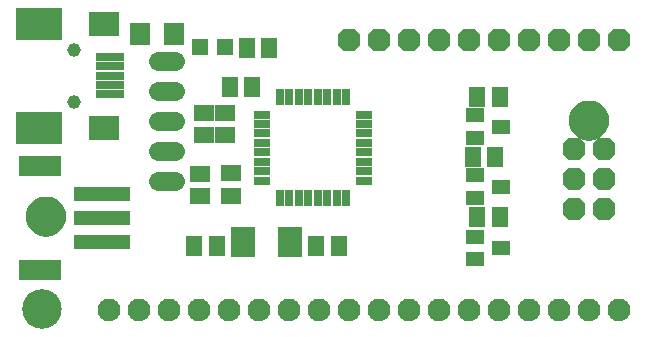
<source format=gbr>
G04 EAGLE Gerber RS-274X export*
G75*
%MOMM*%
%FSLAX34Y34*%
%LPD*%
%INSoldermask Top*%
%IPPOS*%
%AMOC8*
5,1,8,0,0,1.08239X$1,22.5*%
G01*
%ADD10C,3.352400*%
%ADD11R,1.652400X1.392400*%
%ADD12P,2.089446X8X292.500000*%
%ADD13R,1.392400X1.652400*%
%ADD14R,1.352400X1.352400*%
%ADD15R,2.152400X2.552400*%
%ADD16C,1.574800*%
%ADD17R,0.660400X1.422400*%
%ADD18R,1.422400X0.660400*%
%ADD19C,1.930400*%
%ADD20R,2.552400X2.152400*%
%ADD21R,2.460400X0.652400*%
%ADD22R,3.962400X2.692400*%
%ADD23C,1.152400*%
%ADD24R,4.752400X1.152400*%
%ADD25R,3.552400X1.752400*%
%ADD26R,1.552400X1.152400*%
%ADD27R,1.752400X1.955400*%
%ADD28C,1.200000*%


D10*
X25020Y25750D03*
D11*
X161820Y191970D03*
X161820Y172970D03*
X179250Y191970D03*
X179250Y172970D03*
D12*
X475070Y160990D03*
X500470Y160990D03*
X475070Y135590D03*
X500470Y135590D03*
X475070Y110190D03*
X500470Y110190D03*
D13*
X202670Y214130D03*
X183670Y214130D03*
D11*
X184410Y121850D03*
X184410Y140850D03*
D13*
X198170Y247260D03*
X217170Y247260D03*
D14*
X158220Y247480D03*
X179220Y247480D03*
D15*
X234610Y82780D03*
X194610Y82780D03*
D13*
X172720Y79020D03*
X153720Y79020D03*
X256670Y79320D03*
X275670Y79320D03*
D16*
X137242Y235730D02*
X123018Y235730D01*
X123018Y210330D02*
X137242Y210330D01*
X137242Y184930D02*
X123018Y184930D01*
X123018Y159530D02*
X137242Y159530D01*
X137242Y134130D02*
X123018Y134130D01*
D17*
X226000Y119634D03*
X234000Y119634D03*
X242000Y119634D03*
X250000Y119634D03*
X258000Y119634D03*
X266000Y119634D03*
X274000Y119634D03*
X282000Y119634D03*
D18*
X296926Y134560D03*
X296926Y142560D03*
X296926Y150560D03*
X296926Y158560D03*
X296926Y166560D03*
X296926Y174560D03*
X296926Y182560D03*
X296926Y190560D03*
D17*
X282000Y205486D03*
X274000Y205486D03*
X266000Y205486D03*
X258000Y205486D03*
X250000Y205486D03*
X242000Y205486D03*
X234000Y205486D03*
X226000Y205486D03*
D18*
X211074Y190560D03*
X211074Y182560D03*
X211074Y174560D03*
X211074Y166560D03*
X211074Y158560D03*
X211074Y150560D03*
X211074Y142560D03*
X211074Y134560D03*
D19*
X81280Y25400D03*
X106680Y25400D03*
X132080Y25400D03*
X157480Y25400D03*
X182880Y25400D03*
X208280Y25400D03*
X233680Y25400D03*
X259080Y25400D03*
X284480Y25400D03*
X309880Y25400D03*
X335280Y25400D03*
X360680Y25400D03*
X386080Y25400D03*
X411480Y25400D03*
X436880Y25400D03*
X462280Y25400D03*
X487680Y25400D03*
X513080Y25400D03*
D13*
X412090Y205740D03*
X393090Y205740D03*
X408280Y154940D03*
X389280Y154940D03*
X412090Y104140D03*
X393090Y104140D03*
D12*
X513080Y254000D03*
X487680Y254000D03*
X462280Y254000D03*
X436880Y254000D03*
X411480Y254000D03*
X386080Y254000D03*
X360680Y254000D03*
X335280Y254000D03*
X309880Y254000D03*
X284480Y254000D03*
D20*
X76910Y267520D03*
D21*
X82550Y239520D03*
X82550Y231520D03*
X82550Y223520D03*
X82550Y215520D03*
X82550Y207520D03*
D22*
X21910Y267520D03*
D20*
X76910Y179520D03*
D22*
X21910Y179520D03*
D23*
X51910Y245520D03*
X51910Y201520D03*
D11*
X158750Y121310D03*
X158750Y140310D03*
D24*
X75260Y82870D03*
X75260Y102870D03*
D25*
X23260Y58870D03*
X23260Y146870D03*
D24*
X75260Y122870D03*
D26*
X413590Y77470D03*
X391590Y67970D03*
X391590Y86970D03*
X413590Y129540D03*
X391590Y120040D03*
X391590Y139040D03*
X413590Y180340D03*
X391590Y170840D03*
X391590Y189840D03*
D27*
X107700Y259080D03*
X136140Y259080D03*
D28*
X16940Y104140D02*
X16943Y104410D01*
X16953Y104680D01*
X16970Y104949D01*
X16993Y105218D01*
X17023Y105487D01*
X17059Y105754D01*
X17102Y106021D01*
X17151Y106286D01*
X17207Y106550D01*
X17270Y106813D01*
X17338Y107074D01*
X17414Y107333D01*
X17495Y107590D01*
X17583Y107846D01*
X17677Y108099D01*
X17777Y108350D01*
X17884Y108598D01*
X17996Y108843D01*
X18115Y109086D01*
X18239Y109325D01*
X18369Y109562D01*
X18505Y109795D01*
X18647Y110025D01*
X18794Y110251D01*
X18947Y110474D01*
X19105Y110693D01*
X19268Y110908D01*
X19437Y111118D01*
X19611Y111325D01*
X19790Y111527D01*
X19973Y111725D01*
X20162Y111918D01*
X20355Y112107D01*
X20553Y112290D01*
X20755Y112469D01*
X20962Y112643D01*
X21172Y112812D01*
X21387Y112975D01*
X21606Y113133D01*
X21829Y113286D01*
X22055Y113433D01*
X22285Y113575D01*
X22518Y113711D01*
X22755Y113841D01*
X22994Y113965D01*
X23237Y114084D01*
X23482Y114196D01*
X23730Y114303D01*
X23981Y114403D01*
X24234Y114497D01*
X24490Y114585D01*
X24747Y114666D01*
X25006Y114742D01*
X25267Y114810D01*
X25530Y114873D01*
X25794Y114929D01*
X26059Y114978D01*
X26326Y115021D01*
X26593Y115057D01*
X26862Y115087D01*
X27131Y115110D01*
X27400Y115127D01*
X27670Y115137D01*
X27940Y115140D01*
X28210Y115137D01*
X28480Y115127D01*
X28749Y115110D01*
X29018Y115087D01*
X29287Y115057D01*
X29554Y115021D01*
X29821Y114978D01*
X30086Y114929D01*
X30350Y114873D01*
X30613Y114810D01*
X30874Y114742D01*
X31133Y114666D01*
X31390Y114585D01*
X31646Y114497D01*
X31899Y114403D01*
X32150Y114303D01*
X32398Y114196D01*
X32643Y114084D01*
X32886Y113965D01*
X33125Y113841D01*
X33362Y113711D01*
X33595Y113575D01*
X33825Y113433D01*
X34051Y113286D01*
X34274Y113133D01*
X34493Y112975D01*
X34708Y112812D01*
X34918Y112643D01*
X35125Y112469D01*
X35327Y112290D01*
X35525Y112107D01*
X35718Y111918D01*
X35907Y111725D01*
X36090Y111527D01*
X36269Y111325D01*
X36443Y111118D01*
X36612Y110908D01*
X36775Y110693D01*
X36933Y110474D01*
X37086Y110251D01*
X37233Y110025D01*
X37375Y109795D01*
X37511Y109562D01*
X37641Y109325D01*
X37765Y109086D01*
X37884Y108843D01*
X37996Y108598D01*
X38103Y108350D01*
X38203Y108099D01*
X38297Y107846D01*
X38385Y107590D01*
X38466Y107333D01*
X38542Y107074D01*
X38610Y106813D01*
X38673Y106550D01*
X38729Y106286D01*
X38778Y106021D01*
X38821Y105754D01*
X38857Y105487D01*
X38887Y105218D01*
X38910Y104949D01*
X38927Y104680D01*
X38937Y104410D01*
X38940Y104140D01*
X38937Y103870D01*
X38927Y103600D01*
X38910Y103331D01*
X38887Y103062D01*
X38857Y102793D01*
X38821Y102526D01*
X38778Y102259D01*
X38729Y101994D01*
X38673Y101730D01*
X38610Y101467D01*
X38542Y101206D01*
X38466Y100947D01*
X38385Y100690D01*
X38297Y100434D01*
X38203Y100181D01*
X38103Y99930D01*
X37996Y99682D01*
X37884Y99437D01*
X37765Y99194D01*
X37641Y98955D01*
X37511Y98718D01*
X37375Y98485D01*
X37233Y98255D01*
X37086Y98029D01*
X36933Y97806D01*
X36775Y97587D01*
X36612Y97372D01*
X36443Y97162D01*
X36269Y96955D01*
X36090Y96753D01*
X35907Y96555D01*
X35718Y96362D01*
X35525Y96173D01*
X35327Y95990D01*
X35125Y95811D01*
X34918Y95637D01*
X34708Y95468D01*
X34493Y95305D01*
X34274Y95147D01*
X34051Y94994D01*
X33825Y94847D01*
X33595Y94705D01*
X33362Y94569D01*
X33125Y94439D01*
X32886Y94315D01*
X32643Y94196D01*
X32398Y94084D01*
X32150Y93977D01*
X31899Y93877D01*
X31646Y93783D01*
X31390Y93695D01*
X31133Y93614D01*
X30874Y93538D01*
X30613Y93470D01*
X30350Y93407D01*
X30086Y93351D01*
X29821Y93302D01*
X29554Y93259D01*
X29287Y93223D01*
X29018Y93193D01*
X28749Y93170D01*
X28480Y93153D01*
X28210Y93143D01*
X27940Y93140D01*
X27670Y93143D01*
X27400Y93153D01*
X27131Y93170D01*
X26862Y93193D01*
X26593Y93223D01*
X26326Y93259D01*
X26059Y93302D01*
X25794Y93351D01*
X25530Y93407D01*
X25267Y93470D01*
X25006Y93538D01*
X24747Y93614D01*
X24490Y93695D01*
X24234Y93783D01*
X23981Y93877D01*
X23730Y93977D01*
X23482Y94084D01*
X23237Y94196D01*
X22994Y94315D01*
X22755Y94439D01*
X22518Y94569D01*
X22285Y94705D01*
X22055Y94847D01*
X21829Y94994D01*
X21606Y95147D01*
X21387Y95305D01*
X21172Y95468D01*
X20962Y95637D01*
X20755Y95811D01*
X20553Y95990D01*
X20355Y96173D01*
X20162Y96362D01*
X19973Y96555D01*
X19790Y96753D01*
X19611Y96955D01*
X19437Y97162D01*
X19268Y97372D01*
X19105Y97587D01*
X18947Y97806D01*
X18794Y98029D01*
X18647Y98255D01*
X18505Y98485D01*
X18369Y98718D01*
X18239Y98955D01*
X18115Y99194D01*
X17996Y99437D01*
X17884Y99682D01*
X17777Y99930D01*
X17677Y100181D01*
X17583Y100434D01*
X17495Y100690D01*
X17414Y100947D01*
X17338Y101206D01*
X17270Y101467D01*
X17207Y101730D01*
X17151Y101994D01*
X17102Y102259D01*
X17059Y102526D01*
X17023Y102793D01*
X16993Y103062D01*
X16970Y103331D01*
X16953Y103600D01*
X16943Y103870D01*
X16940Y104140D01*
D23*
X27940Y104140D03*
D28*
X476680Y185420D02*
X476683Y185690D01*
X476693Y185960D01*
X476710Y186229D01*
X476733Y186498D01*
X476763Y186767D01*
X476799Y187034D01*
X476842Y187301D01*
X476891Y187566D01*
X476947Y187830D01*
X477010Y188093D01*
X477078Y188354D01*
X477154Y188613D01*
X477235Y188870D01*
X477323Y189126D01*
X477417Y189379D01*
X477517Y189630D01*
X477624Y189878D01*
X477736Y190123D01*
X477855Y190366D01*
X477979Y190605D01*
X478109Y190842D01*
X478245Y191075D01*
X478387Y191305D01*
X478534Y191531D01*
X478687Y191754D01*
X478845Y191973D01*
X479008Y192188D01*
X479177Y192398D01*
X479351Y192605D01*
X479530Y192807D01*
X479713Y193005D01*
X479902Y193198D01*
X480095Y193387D01*
X480293Y193570D01*
X480495Y193749D01*
X480702Y193923D01*
X480912Y194092D01*
X481127Y194255D01*
X481346Y194413D01*
X481569Y194566D01*
X481795Y194713D01*
X482025Y194855D01*
X482258Y194991D01*
X482495Y195121D01*
X482734Y195245D01*
X482977Y195364D01*
X483222Y195476D01*
X483470Y195583D01*
X483721Y195683D01*
X483974Y195777D01*
X484230Y195865D01*
X484487Y195946D01*
X484746Y196022D01*
X485007Y196090D01*
X485270Y196153D01*
X485534Y196209D01*
X485799Y196258D01*
X486066Y196301D01*
X486333Y196337D01*
X486602Y196367D01*
X486871Y196390D01*
X487140Y196407D01*
X487410Y196417D01*
X487680Y196420D01*
X487950Y196417D01*
X488220Y196407D01*
X488489Y196390D01*
X488758Y196367D01*
X489027Y196337D01*
X489294Y196301D01*
X489561Y196258D01*
X489826Y196209D01*
X490090Y196153D01*
X490353Y196090D01*
X490614Y196022D01*
X490873Y195946D01*
X491130Y195865D01*
X491386Y195777D01*
X491639Y195683D01*
X491890Y195583D01*
X492138Y195476D01*
X492383Y195364D01*
X492626Y195245D01*
X492865Y195121D01*
X493102Y194991D01*
X493335Y194855D01*
X493565Y194713D01*
X493791Y194566D01*
X494014Y194413D01*
X494233Y194255D01*
X494448Y194092D01*
X494658Y193923D01*
X494865Y193749D01*
X495067Y193570D01*
X495265Y193387D01*
X495458Y193198D01*
X495647Y193005D01*
X495830Y192807D01*
X496009Y192605D01*
X496183Y192398D01*
X496352Y192188D01*
X496515Y191973D01*
X496673Y191754D01*
X496826Y191531D01*
X496973Y191305D01*
X497115Y191075D01*
X497251Y190842D01*
X497381Y190605D01*
X497505Y190366D01*
X497624Y190123D01*
X497736Y189878D01*
X497843Y189630D01*
X497943Y189379D01*
X498037Y189126D01*
X498125Y188870D01*
X498206Y188613D01*
X498282Y188354D01*
X498350Y188093D01*
X498413Y187830D01*
X498469Y187566D01*
X498518Y187301D01*
X498561Y187034D01*
X498597Y186767D01*
X498627Y186498D01*
X498650Y186229D01*
X498667Y185960D01*
X498677Y185690D01*
X498680Y185420D01*
X498677Y185150D01*
X498667Y184880D01*
X498650Y184611D01*
X498627Y184342D01*
X498597Y184073D01*
X498561Y183806D01*
X498518Y183539D01*
X498469Y183274D01*
X498413Y183010D01*
X498350Y182747D01*
X498282Y182486D01*
X498206Y182227D01*
X498125Y181970D01*
X498037Y181714D01*
X497943Y181461D01*
X497843Y181210D01*
X497736Y180962D01*
X497624Y180717D01*
X497505Y180474D01*
X497381Y180235D01*
X497251Y179998D01*
X497115Y179765D01*
X496973Y179535D01*
X496826Y179309D01*
X496673Y179086D01*
X496515Y178867D01*
X496352Y178652D01*
X496183Y178442D01*
X496009Y178235D01*
X495830Y178033D01*
X495647Y177835D01*
X495458Y177642D01*
X495265Y177453D01*
X495067Y177270D01*
X494865Y177091D01*
X494658Y176917D01*
X494448Y176748D01*
X494233Y176585D01*
X494014Y176427D01*
X493791Y176274D01*
X493565Y176127D01*
X493335Y175985D01*
X493102Y175849D01*
X492865Y175719D01*
X492626Y175595D01*
X492383Y175476D01*
X492138Y175364D01*
X491890Y175257D01*
X491639Y175157D01*
X491386Y175063D01*
X491130Y174975D01*
X490873Y174894D01*
X490614Y174818D01*
X490353Y174750D01*
X490090Y174687D01*
X489826Y174631D01*
X489561Y174582D01*
X489294Y174539D01*
X489027Y174503D01*
X488758Y174473D01*
X488489Y174450D01*
X488220Y174433D01*
X487950Y174423D01*
X487680Y174420D01*
X487410Y174423D01*
X487140Y174433D01*
X486871Y174450D01*
X486602Y174473D01*
X486333Y174503D01*
X486066Y174539D01*
X485799Y174582D01*
X485534Y174631D01*
X485270Y174687D01*
X485007Y174750D01*
X484746Y174818D01*
X484487Y174894D01*
X484230Y174975D01*
X483974Y175063D01*
X483721Y175157D01*
X483470Y175257D01*
X483222Y175364D01*
X482977Y175476D01*
X482734Y175595D01*
X482495Y175719D01*
X482258Y175849D01*
X482025Y175985D01*
X481795Y176127D01*
X481569Y176274D01*
X481346Y176427D01*
X481127Y176585D01*
X480912Y176748D01*
X480702Y176917D01*
X480495Y177091D01*
X480293Y177270D01*
X480095Y177453D01*
X479902Y177642D01*
X479713Y177835D01*
X479530Y178033D01*
X479351Y178235D01*
X479177Y178442D01*
X479008Y178652D01*
X478845Y178867D01*
X478687Y179086D01*
X478534Y179309D01*
X478387Y179535D01*
X478245Y179765D01*
X478109Y179998D01*
X477979Y180235D01*
X477855Y180474D01*
X477736Y180717D01*
X477624Y180962D01*
X477517Y181210D01*
X477417Y181461D01*
X477323Y181714D01*
X477235Y181970D01*
X477154Y182227D01*
X477078Y182486D01*
X477010Y182747D01*
X476947Y183010D01*
X476891Y183274D01*
X476842Y183539D01*
X476799Y183806D01*
X476763Y184073D01*
X476733Y184342D01*
X476710Y184611D01*
X476693Y184880D01*
X476683Y185150D01*
X476680Y185420D01*
D23*
X487680Y185420D03*
M02*

</source>
